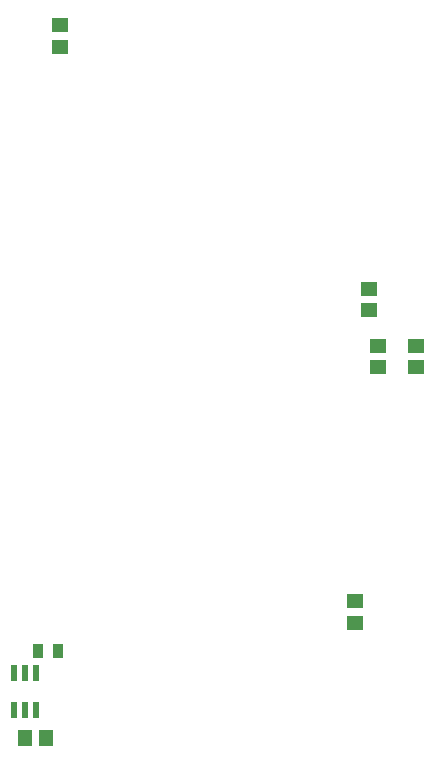
<source format=gbr>
G04 Layer_Color=128*
%FSLAX26Y26*%
%MOIN*%
%TF.FileFunction,Paste,Bot*%
%TF.Part,Single*%
G01*
G75*
%TA.AperFunction,SMDPad,CuDef*%
%ADD10R,0.033465X0.051181*%
%ADD11R,0.057087X0.045276*%
%ADD12R,0.045276X0.057087*%
%ADD48R,0.021654X0.055118*%
D10*
X-945976Y-2075152D02*
D03*
X-1012904D02*
D03*
D11*
X43694Y-1979638D02*
D03*
Y-1908772D02*
D03*
X-940000Y11432D02*
D03*
Y-59434D02*
D03*
X246582Y-1056726D02*
D03*
Y-1127594D02*
D03*
X90716Y-939026D02*
D03*
Y-868160D02*
D03*
X121582Y-1127594D02*
D03*
Y-1056728D02*
D03*
D12*
X-1054874Y-2365152D02*
D03*
X-984008D02*
D03*
D48*
X-1093142Y-2148034D02*
D03*
X-1055740D02*
D03*
X-1018338D02*
D03*
Y-2272048D02*
D03*
X-1055740D02*
D03*
X-1093142D02*
D03*
%TF.MD5,35617c6219b202e063693998cbb9b691*%
M02*

</source>
